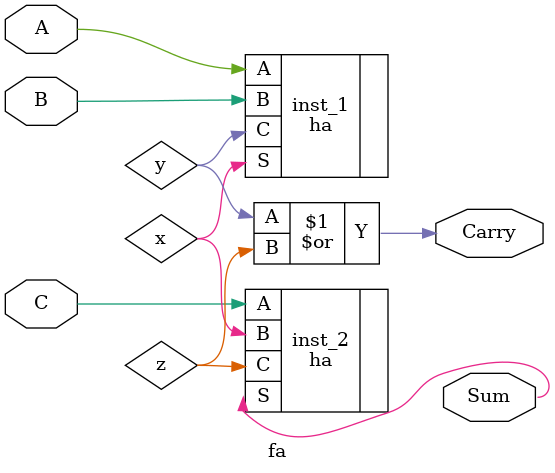
<source format=v>
module fa(A,B,C,Sum,Carry);
input A,B,C;
wire x,y,z;
output Sum,Carry;


ha inst_1(.A(A),.B(B),.S(x),.C(y));
ha inst_2(.A(C),.B(x),.S(Sum),.C(z));
assign Carry= y|z;

endmodule



</source>
